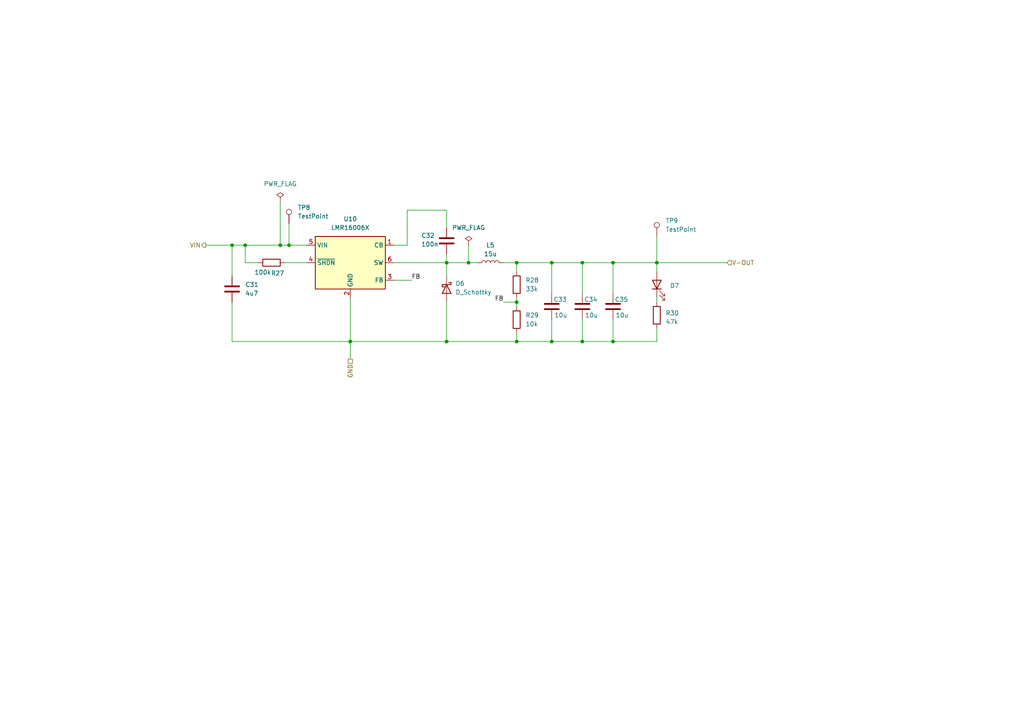
<source format=kicad_sch>
(kicad_sch (version 20250114) (generator "eeschema") (generator_version "9.0")
  (paper "A4")
  (lib_symbols
    (symbol "Connector:TestPoint" (pin_numbers (hide yes)) (pin_names (offset 0.762) (hide yes))
      (property "Reference" "TP" (at 0 6.858 0))
      (property "Value" "TestPoint" (at 0 5.08 0))
      (symbol "TestPoint_0_1"
        (circle (center 0 3.302) (radius 0.762))
      )
      (symbol "TestPoint_1_1"
        (pin passive line (at 0 0 90) (length 2.54) (name "1") (number "1"))
      )
    )
    (symbol "Device:C" (pin_numbers (hide yes)) (pin_names (offset 0.254))
      (property "Reference" "C" (at 0.635 2.54 0))
      (property "Value" "C" (at 0.635 -2.54 0))
      (symbol "C_0_1"
        (polyline (pts (xy -2.032 0.762) (xy 2.032 0.762)) (stroke (width 0.508)))
        (polyline (pts (xy -2.032 -0.762) (xy 2.032 -0.762)) (stroke (width 0.508)))
      )
      (symbol "C_1_1"
        (pin passive line (at 0 3.81 270) (length 2.794) (name "~") (number "1"))
        (pin passive line (at 0 -3.81 90) (length 2.794) (name "~") (number "2"))
      )
    )
    (symbol "Device:D_Schottky" (pin_numbers (hide yes)) (pin_names (offset 1.016) (hide yes))
      (property "Reference" "D" (at 0 2.54 0))
      (property "Value" "D_Schottky" (at 0 -2.54 0))
      (symbol "D_Schottky_0_1"
        (polyline (pts (xy -1.905 0.635) (xy -1.905 1.27) (xy -1.27 1.27) (xy -1.27 -1.27) (xy -0.635 -1.27) (xy -0.635 -0.635)) (stroke (width 0.254)))
        (polyline (pts (xy 1.27 1.27) (xy 1.27 -1.27) (xy -1.27 0) (xy 1.27 1.27)) (stroke (width 0.254)))
        (polyline (pts (xy 1.27 0) (xy -1.27 0)))
      )
      (symbol "D_Schottky_1_1"
        (pin passive line (at -3.81 0 0) (length 2.54) (name "K") (number "1"))
        (pin passive line (at 3.81 0 180) (length 2.54) (name "A") (number "2"))
      )
    )
    (symbol "Device:L" (pin_numbers (hide yes)) (pin_names (offset 1.016) (hide yes))
      (property "Reference" "L" (at -1.27 0 90))
      (property "Value" "L" (at 1.905 0 90))
      (symbol "L_0_1"
        (arc (start 0 2.54) (mid 0.6323 1.905) (end 0 1.27))
        (arc (start 0 1.27) (mid 0.6323 0.635) (end 0 0))
        (arc (start 0 0) (mid 0.6323 -0.635) (end 0 -1.27))
        (arc (start 0 -1.27) (mid 0.6323 -1.905) (end 0 -2.54))
      )
      (symbol "L_1_1"
        (pin passive line (at 0 3.81 270) (length 1.27) (name "1") (number "1"))
        (pin passive line (at 0 -3.81 90) (length 1.27) (name "2") (number "2"))
      )
    )
    (symbol "Device:LED" (pin_numbers (hide yes)) (pin_names (offset 1.016) (hide yes))
      (property "Reference" "D" (at 0 2.54 0))
      (property "Value" "LED" (at 0 -2.54 0))
      (symbol "LED_0_1"
        (polyline (pts (xy -3.048 -0.762) (xy -4.572 -2.286) (xy -3.81 -2.286) (xy -4.572 -2.286) (xy -4.572 -1.524)))
        (polyline (pts (xy -1.778 -0.762) (xy -3.302 -2.286) (xy -2.54 -2.286) (xy -3.302 -2.286) (xy -3.302 -1.524)))
        (polyline (pts (xy -1.27 0) (xy 1.27 0)))
        (polyline (pts (xy -1.27 -1.27) (xy -1.27 1.27)) (stroke (width 0.254)))
        (polyline (pts (xy 1.27 -1.27) (xy 1.27 1.27) (xy -1.27 0) (xy 1.27 -1.27)) (stroke (width 0.254)))
      )
      (symbol "LED_1_1"
        (pin passive line (at -3.81 0 0) (length 2.54) (name "K") (number "1"))
        (pin passive line (at 3.81 0 180) (length 2.54) (name "A") (number "2"))
      )
    )
    (symbol "Device:R" (pin_numbers (hide yes)) (pin_names (offset 0))
      (property "Reference" "R" (at 2.032 0 90))
      (property "Value" "R" (at 0 0 90))
      (symbol "R_0_1"
        (rectangle (start -1.016 -2.54) (end 1.016 2.54) (stroke (width 0.254)))
      )
      (symbol "R_1_1"
        (pin passive line (at 0 3.81 270) (length 1.27) (name "~") (number "1"))
        (pin passive line (at 0 -3.81 90) (length 1.27) (name "~") (number "2"))
      )
    )
    (symbol "Prj_dcdc_converter:LMR16006X"
      (property "Reference" "U" (at 1.778 -1.524 0))
      (property "Value" "LMR16006X" (at -4.826 -1.524 0))
      (symbol "LMR16006X_0_1"
        (rectangle (start -10.16 -2.54) (end 10.16 -17.78) (stroke (width 0.254)) (fill (type background)))
      )
      (symbol "LMR16006X_1_1"
        (pin power_in line (at -12.7 -5.08 0) (length 2.54) (name "VIN") (number "5"))
        (pin input line (at -12.7 -10.16 0) (length 2.54) (name "~{SHDN}") (number "4"))
        (pin power_in line (at 0 -20.32 90) (length 2.54) (name "GND") (number "2"))
        (pin input line (at 12.7 -5.08 180) (length 2.54) (name "CB") (number "1"))
        (pin output line (at 12.7 -10.16 180) (length 2.54) (name "SW") (number "6"))
        (pin input line (at 12.7 -15.24 180) (length 2.54) (name "FB") (number "3"))
      )
    )
    (symbol "power:PWR_FLAG" (power) (pin_numbers (hide yes)) (pin_names (offset 0) (hide yes))
      (property "Value" "PWR_FLAG" (at 0 3.81 0))
      (symbol "PWR_FLAG_0_0"
        (pin power_out line (at 0 0 90) (length 0) (name "~") (number "1"))
      )
      (symbol "PWR_FLAG_0_1"
        (polyline (pts (xy 0 0) (xy 0 1.27) (xy -1.016 1.905) (xy 0 2.54) (xy 1.016 1.905) (xy 0 1.27)))
      )
    )
  )
  (junction (at 71.12 71.12))
  (junction (at 81.28 71.12))
  (junction (at 67.31 71.12))
  (junction (at 129.54 76.2))
  (junction (at 149.86 87.63))
  (junction (at 135.89 76.2))
  (junction (at 149.86 99.06))
  (junction (at 168.91 76.2))
  (junction (at 101.6 99.06))
  (junction (at 190.5 76.2))
  (junction (at 149.86 76.2))
  (junction (at 168.91 99.06))
  (junction (at 83.82 71.12))
  (junction (at 160.02 99.06))
  (junction (at 177.8 76.2))
  (junction (at 160.02 76.2))
  (junction (at 129.54 99.06))
  (junction (at 177.8 99.06))
  (wire (pts (xy 83.82 71.12) (xy 88.9 71.12)))
  (wire (pts (xy 129.54 76.2) (xy 129.54 80.01)))
  (wire (pts (xy 190.5 76.2) (xy 190.5 78.74)))
  (wire (pts (xy 149.86 76.2) (xy 149.86 78.74)))
  (wire (pts (xy 190.5 68.58) (xy 190.5 76.2)))
  (wire (pts (xy 149.86 88.9) (xy 149.86 87.63)))
  (wire (pts (xy 67.31 71.12) (xy 67.31 80.01)))
  (wire (pts (xy 190.5 86.36) (xy 190.5 87.63)))
  (wire (pts (xy 81.28 71.12) (xy 83.82 71.12)))
  (wire (pts (xy 160.02 76.2) (xy 168.91 76.2)))
  (wire (pts (xy 177.8 92.71) (xy 177.8 99.06)))
  (wire (pts (xy 160.02 99.06) (xy 168.91 99.06)))
  (wire (pts (xy 67.31 71.12) (xy 71.12 71.12)))
  (wire (pts (xy 168.91 99.06) (xy 177.8 99.06)))
  (wire (pts (xy 129.54 76.2) (xy 135.89 76.2)))
  (wire (pts (xy 119.38 81.28) (xy 114.3 81.28)))
  (wire (pts (xy 101.6 104.14) (xy 101.6 99.06)))
  (wire (pts (xy 146.05 87.63) (xy 149.86 87.63)))
  (wire (pts (xy 118.11 60.96) (xy 129.54 60.96)))
  (wire (pts (xy 190.5 99.06) (xy 190.5 95.25)))
  (wire (pts (xy 177.8 76.2) (xy 190.5 76.2)))
  (wire (pts (xy 83.82 64.77) (xy 83.82 71.12)))
  (wire (pts (xy 177.8 99.06) (xy 190.5 99.06)))
  (wire (pts (xy 129.54 99.06) (xy 149.86 99.06)))
  (wire (pts (xy 177.8 76.2) (xy 177.8 85.09)))
  (wire (pts (xy 129.54 87.63) (xy 129.54 99.06)))
  (wire (pts (xy 168.91 76.2) (xy 168.91 85.09)))
  (wire (pts (xy 67.31 99.06) (xy 101.6 99.06)))
  (wire (pts (xy 149.86 86.36) (xy 149.86 87.63)))
  (wire (pts (xy 149.86 99.06) (xy 160.02 99.06)))
  (wire (pts (xy 59.69 71.12) (xy 67.31 71.12)))
  (wire (pts (xy 129.54 60.96) (xy 129.54 66.04)))
  (wire (pts (xy 71.12 76.2) (xy 74.93 76.2)))
  (wire (pts (xy 149.86 96.52) (xy 149.86 99.06)))
  (wire (pts (xy 190.5 76.2) (xy 210.82 76.2)))
  (wire (pts (xy 160.02 76.2) (xy 160.02 85.09)))
  (wire (pts (xy 135.89 76.2) (xy 138.43 76.2)))
  (wire (pts (xy 101.6 86.36) (xy 101.6 99.06)))
  (wire (pts (xy 82.55 76.2) (xy 88.9 76.2)))
  (wire (pts (xy 129.54 73.66) (xy 129.54 76.2)))
  (wire (pts (xy 67.31 87.63) (xy 67.31 99.06)))
  (wire (pts (xy 114.3 71.12) (xy 118.11 71.12)))
  (wire (pts (xy 160.02 92.71) (xy 160.02 99.06)))
  (wire (pts (xy 118.11 71.12) (xy 118.11 60.96)))
  (wire (pts (xy 81.28 58.42) (xy 81.28 71.12)))
  (wire (pts (xy 135.89 71.12) (xy 135.89 76.2)))
  (wire (pts (xy 149.86 76.2) (xy 160.02 76.2)))
  (wire (pts (xy 129.54 99.06) (xy 101.6 99.06)))
  (wire (pts (xy 71.12 71.12) (xy 81.28 71.12)))
  (wire (pts (xy 71.12 76.2) (xy 71.12 71.12)))
  (wire (pts (xy 168.91 76.2) (xy 177.8 76.2)))
  (wire (pts (xy 146.05 76.2) (xy 149.86 76.2)))
  (wire (pts (xy 168.91 92.71) (xy 168.91 99.06)))
  (wire (pts (xy 114.3 76.2) (xy 129.54 76.2)))
  (label "FB" (at 146.05 87.63 180))
  (label "FB" (at 119.38 81.28 0))
  (hierarchical_label "GND" (shape passive) (at 101.6 104.14 270))
  (hierarchical_label "VIN" (shape output) (at 59.69 71.12 180))
  (hierarchical_label "V-OUT" (shape input) (at 210.82 76.2 0))
  (symbol (lib_id "Device:C") (at 67.31 83.82 0) (unit 1)
    (property "Reference" "C31" (at 71.12 82.5499 0) (effects (justify left)))
    (property "Value" "4u7" (at 71.12 85.0899 0) (effects (justify left)))
    (property "Description" "Unpolarized capacitor" (effects (hide yes)))
    (instances (project "usb-lab-bench-psu" (path "" (reference "C31") (unit 1)) (path "" (reference "C?") (unit 1))))
  )
  (symbol (lib_id "Connector:TestPoint") (at 190.5 68.58 0) (unit 1)
    (property "Reference" "TP9" (at 193.04 64.0079 0) (effects (justify left)))
    (property "Value" "TestPoint" (at 193.04 66.5479 0) (effects (justify left)))
    (property "Description" "test point" (effects (hide yes)))
    (instances (project "usb-lab-bench-psu" (path "" (reference "TP9") (unit 1)) (path "" (reference "TP?") (unit 1))))
  )
  (symbol (lib_id "Device:LED") (at 190.5 82.55 90) (unit 1)
    (property "Reference" "D7" (at 194.31 82.8674 90) (effects (justify right)))
    (property "Value" "XL-1005UGC" (effects (hide yes)))
    (property "Footprint" "Diode_SMD:D_0402_1005Metric_Pad0.77x0.64mm_HandSolder" (effects (hide yes)))
    (instances (project "usb-lab-bench-psu" (path "" (reference "D7") (unit 1)) (path "" (reference "D?") (unit 1))))
  )
  (symbol (lib_id "power:PWR_FLAG") (at 81.28 58.42 0) (unit 1)
    (property "Reference" "#FLG07" (effects (hide yes)))
    (property "Value" "PWR_FLAG" (at 81.28 53.34 0))
    (property "Description" "Special symbol for telling ERC where power comes from" (effects (hide yes)))
    (instances (project "usb-lab-bench-psu" (path "" (reference "#FLG07") (unit 1)) (path "" (reference "#FLG?") (unit 1))))
  )
  (symbol (lib_id "Device:R") (at 149.86 82.55 0) (unit 1)
    (property "Reference" "R28" (at 152.4 81.2799 0) (effects (justify left)))
    (property "Value" "33k" (at 152.4 83.8199 0) (effects (justify left)))
    (property "Footprint" "Resistor_SMD:R_0402_1005Metric_Pad0.72x0.64mm_HandSolder" (effects (hide yes)))
    (instances (project "usb-lab-bench-psu" (path "" (reference "R28") (unit 1)) (path "" (reference "R?") (unit 1))))
  )
  (symbol (lib_id "Connector:TestPoint") (at 83.82 64.77 0) (unit 1)
    (property "Reference" "TP8" (at 86.36 60.1979 0) (effects (justify left)))
    (property "Value" "TestPoint" (at 86.36 62.7379 0) (effects (justify left)))
    (property "Description" "test point" (effects (hide yes)))
    (instances (project "usb-lab-bench-psu" (path "" (reference "TP8") (unit 1)) (path "" (reference "TP?") (unit 1))))
  )
  (symbol (lib_id "Device:C") (at 168.91 88.9 0) (unit 1)
    (property "Reference" "C34" (at 169.418 86.868 0) (effects (justify left)))
    (property "Value" "10u" (at 169.672 91.44 0) (effects (justify left)))
    (property "Description" "Unpolarized capacitor" (effects (hide yes)))
    (instances (project "usb-lab-bench-psu" (path "" (reference "C34") (unit 1)) (path "" (reference "C?") (unit 1))))
  )
  (symbol (lib_id "Device:R") (at 190.5 91.44 0) (unit 1)
    (property "Reference" "R30" (at 193.04 90.805 0) (effects (justify left)))
    (property "Value" "47k" (at 193.04 93.345 0) (effects (justify left)))
    (property "Footprint" "Resistor_SMD:R_0402_1005Metric_Pad0.72x0.64mm_HandSolder" (effects (hide yes)))
    (instances (project "usb-lab-bench-psu" (path "" (reference "R30") (unit 1)) (path "" (reference "R?") (unit 1))))
  )
  (symbol (lib_id "Device:C") (at 160.02 88.9 0) (unit 1)
    (property "Reference" "C33" (at 160.528 86.868 0) (effects (justify left)))
    (property "Value" "10u" (at 160.782 91.44 0) (effects (justify left)))
    (property "Description" "Unpolarized capacitor" (effects (hide yes)))
    (instances (project "usb-lab-bench-psu" (path "" (reference "C33") (unit 1)) (path "" (reference "C?") (unit 1))))
  )
  (symbol (lib_id "Device:C") (at 129.54 69.85 0) (unit 1)
    (property "Reference" "C32" (at 122.174 68.326 0) (effects (justify left)))
    (property "Value" "100n" (at 122.174 70.866 0) (effects (justify left)))
    (property "Description" "Unpolarized capacitor" (effects (hide yes)))
    (instances (project "usb-lab-bench-psu" (path "" (reference "C32") (unit 1)) (path "" (reference "C?") (unit 1))))
  )
  (symbol (lib_id "Device:D_Schottky") (at 129.54 83.82 270) (unit 1)
    (property "Reference" "D6" (at 132.08 82.2324 90) (effects (justify left)))
    (property "Value" "D_Schottky" (at 132.08 84.7724 90) (effects (justify left)))
    (property "Description" "Schottky diode" (effects (hide yes)))
    (instances (project "usb-lab-bench-psu" (path "" (reference "D6") (unit 1)) (path "" (reference "D?") (unit 1))))
  )
  (symbol (lib_id "Device:R") (at 149.86 92.71 0) (unit 1)
    (property "Reference" "R29" (at 152.4 91.4399 0) (effects (justify left)))
    (property "Value" "10k" (at 152.4 93.9799 0) (effects (justify left)))
    (property "Footprint" "Resistor_SMD:R_0402_1005Metric_Pad0.72x0.64mm_HandSolder" (effects (hide yes)))
    (instances (project "usb-lab-bench-psu" (path "" (reference "R29") (unit 1)) (path "" (reference "R?") (unit 1))))
  )
  (symbol (lib_id "Device:C") (at 177.8 88.9 0) (unit 1)
    (property "Reference" "C35" (at 178.308 86.868 0) (effects (justify left)))
    (property "Value" "10u" (at 178.562 91.44 0) (effects (justify left)))
    (property "Description" "Unpolarized capacitor" (effects (hide yes)))
    (instances (project "usb-lab-bench-psu" (path "" (reference "C35") (unit 1)) (path "" (reference "C?") (unit 1))))
  )
  (symbol (lib_id "power:PWR_FLAG") (at 135.89 71.12 0) (unit 1)
    (property "Reference" "#FLG08" (effects (hide yes)))
    (property "Value" "PWR_FLAG" (at 135.89 66.04 0))
    (property "Description" "Special symbol for telling ERC where power comes from" (effects (hide yes)))
    (instances (project "usb-lab-bench-psu" (path "" (reference "#FLG08") (unit 1)) (path "" (reference "#FLG?") (unit 1))))
  )
  (symbol (lib_id "Device:R") (at 78.74 76.2 270) (unit 1)
    (property "Reference" "R27" (at 80.518 79.248 90))
    (property "Value" "100k" (at 76.2 78.994 90))
    (property "Footprint" "Resistor_SMD:R_0402_1005Metric_Pad0.72x0.64mm_HandSolder" (effects (hide yes)))
    (instances (project "usb-lab-bench-psu" (path "" (reference "R27") (unit 1)) (path "" (reference "R?") (unit 1))))
  )
  (symbol (lib_id "Device:L") (at 142.24 76.2 90) (unit 1)
    (property "Reference" "L5" (at 142.24 71.12 90))
    (property "Value" "15u" (at 142.24 73.66 90))
    (property "Description" "Inductor" (effects (hide yes)))
    (instances (project "usb-lab-bench-psu" (path "" (reference "L5") (unit 1)) (path "" (reference "L?") (unit 1))))
  )
  (symbol (lib_id "Prj_dcdc_converter:LMR16006X") (at 101.6 66.04 0) (unit 1)
    (property "Reference" "U10" (at 101.6 63.5 0))
    (property "Value" "LMR16006X" (at 101.6 66.04 0))
    (property "Footprint" "Package_TO_SOT_SMD:TSOT-23-6" (effects (hide yes)))
    (instances (project "usb-lab-bench-psu" (path "" (reference "U10") (unit 1)) (path "" (reference "U?") (unit 1))))
  )
)
</source>
